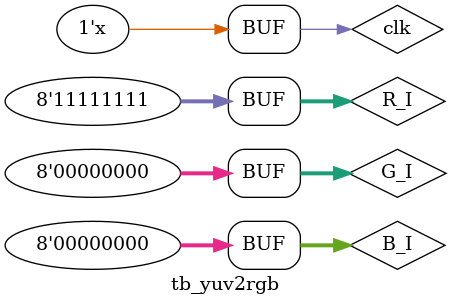
<source format=v>
`timescale 1ns / 1ps


module tb_yuv2rgb(

    );

parameter MAX_BPC  = 8;

reg clk;

always #10 clk = ~clk;

initial begin
    clk = 0;

end


wire [MAX_BPC-1:0] R_I  ;
wire [MAX_BPC-1:0] G_I  ;
wire [MAX_BPC-1:0] B_I  ;
assign R_I = 255;//1023 255;
assign G_I = 0; //220  55; 
assign B_I = 0; //308  77; 



wire [MAX_BPC-1:0] y_i ;
wire [MAX_BPC-1:0] u_i ;
wire [MAX_BPC-1:0] v_i ;


wire [MAX_BPC-1:0] r_oz ;
wire [MAX_BPC-1:0] g_oz ;
wire [MAX_BPC-1:0] b_oz ;

wire [MAX_BPC-1:0] r_oz_uni ;
wire [MAX_BPC-1:0] g_oz_uni ;
wire [MAX_BPC-1:0] b_oz_uni ;


wire [MAX_BPC-1:0] r_ol ;
wire [MAX_BPC-1:0] g_ol ;
wire [MAX_BPC-1:0] b_ol ;



//assign y_i = 50;
//assign u_i = 50;
//assign v_i = 50 ;
//
 
 rgb2yuv   
    #(.C_BPC(MAX_BPC))
    rgb2yuv_u( 
    .RST_I (0),
    .CLK_I (clk),       
    .R_I   (R_I ),
    .G_I   (G_I ),
    .B_I   (B_I ),
    .Y_O   (y_i),
    .U_O   (u_i),
    .V_O   (v_i)

    );

// yuv2rgb_unify
//    #(.C_BPC(MAX_BPC))
// yuv2rgbzu_u(
//.RST_I (0),
//.CLK_I (clk), 
//.Y_I   (y_i),
//.U_I   (u_i),
//.V_I   (v_i),
//.R_O   (r_oz_uni  ),
//.G_O   (g_oz_uni  ),
//.B_O   (b_oz_uni  )
//    );

 
 
 yuv2rgb 
    #(.C_BPC(MAX_BPC))
 yuv2rgbz_u(
.RST_I (0),
.CLK_I (clk), 
.Y_I   (y_i),
.U_I   (u_i),
.V_I   (v_i),
.R_O   (r_oz  ),
.G_O   (g_oz  ),
.B_O   (b_oz  )
    );


    
    
//yuv_rgb yuv_rgbl(
//	.vid_clk (clk),
//	.vid_rst (0),
//	.RGB_Y   ({4{y_i}}),
//	.RGB_U   ({4{u_i}}),
//	.RGB_V   ({4{v_i}}),
//	.R       (r_ol ),
//	.G       (g_ol ),
//	.B       (b_ol ),
//	.data_rgb()
//);
//    
    
    
    
    
    
    
endmodule

</source>
